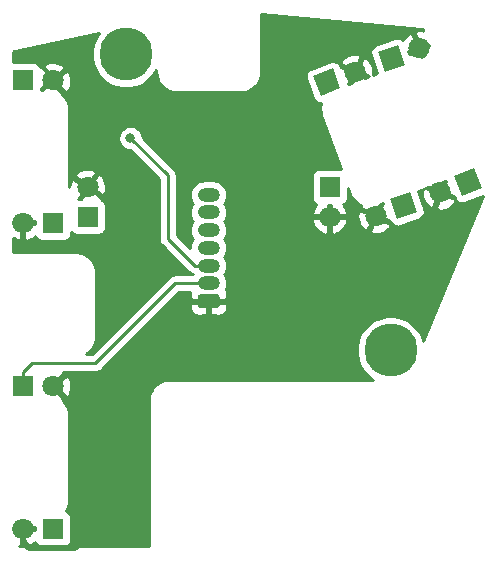
<source format=gbr>
%TF.GenerationSoftware,KiCad,Pcbnew,5.1.6-c6e7f7d~86~ubuntu18.04.1*%
%TF.CreationDate,2021-04-26T01:39:18-07:00*%
%TF.ProjectId,thumb_cluster_right,7468756d-625f-4636-9c75-737465725f72,rev?*%
%TF.SameCoordinates,Original*%
%TF.FileFunction,Copper,L1,Top*%
%TF.FilePolarity,Positive*%
%FSLAX46Y46*%
G04 Gerber Fmt 4.6, Leading zero omitted, Abs format (unit mm)*
G04 Created by KiCad (PCBNEW 5.1.6-c6e7f7d~86~ubuntu18.04.1) date 2021-04-26 01:39:18*
%MOMM*%
%LPD*%
G01*
G04 APERTURE LIST*
%TA.AperFunction,ComponentPad*%
%ADD10C,4.500000*%
%TD*%
%TA.AperFunction,ComponentPad*%
%ADD11R,1.800000X1.800000*%
%TD*%
%TA.AperFunction,ComponentPad*%
%ADD12C,1.800000*%
%TD*%
%TA.AperFunction,ComponentPad*%
%ADD13C,0.100000*%
%TD*%
%TA.AperFunction,ComponentPad*%
%ADD14O,1.870000X1.170000*%
%TD*%
%TA.AperFunction,ViaPad*%
%ADD15C,0.800000*%
%TD*%
%TA.AperFunction,Conductor*%
%ADD16C,0.500000*%
%TD*%
%TA.AperFunction,Conductor*%
%ADD17C,0.250000*%
%TD*%
%TA.AperFunction,Conductor*%
%ADD18C,0.254000*%
%TD*%
G04 APERTURE END LIST*
D10*
%TO.P,H2,1*%
%TO.N,GND*%
X135731126Y-66312121D03*
%TD*%
%TO.P,H1,1*%
%TO.N,GND*%
X158154844Y-91366079D03*
%TD*%
D11*
%TO.P,PT2,1*%
%TO.N,C2*%
X127030000Y-68524999D03*
D12*
%TO.P,PT2,2*%
%TO.N,+5V*%
X129570000Y-68524999D03*
%TD*%
%TA.AperFunction,ComponentPad*%
D13*
%TO.P,PT5,1*%
%TO.N,C5*%
G36*
X157669446Y-67826172D02*
G01*
X157053810Y-66134726D01*
X158745256Y-65519090D01*
X159360892Y-67210536D01*
X157669446Y-67826172D01*
G37*
%TD.AperFunction*%
D12*
%TO.P,PT5,2*%
%TO.N,+5V*%
X160594170Y-65803900D03*
%TD*%
%TA.AperFunction,ComponentPad*%
D13*
%TO.P,PT4,1*%
%TO.N,C4*%
G36*
X152219229Y-69809889D02*
G01*
X151603593Y-68118443D01*
X153295039Y-67502807D01*
X153910675Y-69194253D01*
X152219229Y-69809889D01*
G37*
%TD.AperFunction*%
D12*
%TO.P,PT4,2*%
%TO.N,+5V*%
X155143953Y-67787617D03*
%TD*%
D11*
%TO.P,PT3,1*%
%TO.N,C3*%
X152999999Y-77530000D03*
D12*
%TO.P,PT3,2*%
%TO.N,+5V*%
X152999999Y-80070000D03*
%TD*%
D11*
%TO.P,PT1,1*%
%TO.N,C1*%
X127030000Y-94422918D03*
D12*
%TO.P,PT1,2*%
%TO.N,+5V*%
X129570000Y-94422918D03*
%TD*%
D14*
%TO.P,J1,7*%
%TO.N,GND*%
X142750000Y-78200000D03*
%TO.P,J1,6*%
%TO.N,C5*%
X142750000Y-79700000D03*
%TO.P,J1,5*%
%TO.N,C4*%
X142750000Y-81200000D03*
%TO.P,J1,4*%
%TO.N,C3*%
X142750000Y-82700000D03*
%TO.P,J1,3*%
%TO.N,C2*%
X142750000Y-84200000D03*
%TO.P,J1,2*%
%TO.N,C1*%
X142750000Y-85700000D03*
%TO.P,J1,1*%
%TO.N,+5V*%
%TA.AperFunction,ComponentPad*%
G36*
G01*
X143435001Y-87785000D02*
X142064999Y-87785000D01*
G75*
G02*
X141815000Y-87535001I0J249999D01*
G01*
X141815000Y-86864999D01*
G75*
G02*
X142064999Y-86615000I249999J0D01*
G01*
X143435001Y-86615000D01*
G75*
G02*
X143685000Y-86864999I0J-249999D01*
G01*
X143685000Y-87535001D01*
G75*
G02*
X143435001Y-87785000I-249999J0D01*
G01*
G37*
%TD.AperFunction*%
%TD*%
D11*
%TO.P,IR2,1*%
%TO.N,Net-(IR2-Pad1)*%
X129570000Y-80574999D03*
D12*
%TO.P,IR2,2*%
%TO.N,+5V*%
X127030000Y-80574999D03*
%TD*%
%TA.AperFunction,ComponentPad*%
D13*
%TO.P,IR5,1*%
%TO.N,Net-(IR5-Pad1)*%
G36*
X165253418Y-75973655D02*
G01*
X165869054Y-77665101D01*
X164177608Y-78280737D01*
X163561972Y-76589291D01*
X165253418Y-75973655D01*
G37*
%TD.AperFunction*%
D12*
%TO.P,IR5,2*%
%TO.N,+5V*%
X162328694Y-77995927D03*
%TD*%
%TA.AperFunction,ComponentPad*%
D13*
%TO.P,IR4,1*%
%TO.N,Net-(IR4-Pad1)*%
G36*
X159803201Y-77957372D02*
G01*
X160418837Y-79648818D01*
X158727391Y-80264454D01*
X158111755Y-78573008D01*
X159803201Y-77957372D01*
G37*
%TD.AperFunction*%
D12*
%TO.P,IR4,2*%
%TO.N,+5V*%
X156878477Y-79979644D03*
%TD*%
D11*
%TO.P,IR3,1*%
%TO.N,Net-(IR3-Pad1)*%
X132500001Y-80070000D03*
D12*
%TO.P,IR3,2*%
%TO.N,+5V*%
X132500001Y-77530000D03*
%TD*%
D11*
%TO.P,IR1,1*%
%TO.N,Net-(IR1-Pad1)*%
X129570000Y-106472918D03*
D12*
%TO.P,IR1,2*%
%TO.N,+5V*%
X127030000Y-106472918D03*
%TD*%
D15*
%TO.N,C2*%
X136131126Y-73412123D03*
%TD*%
D16*
%TO.N,+5V*%
X127030000Y-106472918D02*
X127030000Y-107532918D01*
X127030000Y-107532918D02*
X127570000Y-108072918D01*
X127570000Y-108072918D02*
X131470000Y-108072918D01*
X131470000Y-108072918D02*
X132070000Y-107472918D01*
D17*
%TO.N,C1*%
X127030000Y-94422918D02*
X127030000Y-93183482D01*
X127030000Y-93183482D02*
X127757134Y-92456348D01*
X127757134Y-92456348D02*
X133157134Y-92456348D01*
X139913482Y-85700000D02*
X142750000Y-85699999D01*
X133157134Y-92456348D02*
X139913482Y-85700000D01*
%TO.N,C2*%
X141565000Y-84200000D02*
X142750000Y-84200000D01*
X136131126Y-73412123D02*
X139270000Y-76550997D01*
X139270000Y-81905000D02*
X141565000Y-84200000D01*
X139270000Y-76550997D02*
X139270000Y-81905000D01*
%TD*%
D18*
%TO.N,+5V*%
G36*
X127157000Y-106166310D02*
G01*
X127044141Y-106279169D01*
X127223749Y-106458777D01*
X127336608Y-106345918D01*
X128031928Y-106345918D01*
X128031928Y-106599918D01*
X127336608Y-106599918D01*
X127223749Y-106487059D01*
X127044141Y-106666667D01*
X127157000Y-106779526D01*
X127157000Y-107850754D01*
X127378447Y-107962504D01*
X126681035Y-107962766D01*
X126903000Y-107850754D01*
X126903000Y-106779526D01*
X127015859Y-106666667D01*
X126836251Y-106487059D01*
X126723392Y-106599918D01*
X126210000Y-106599918D01*
X126210000Y-106345918D01*
X126723392Y-106345918D01*
X126836251Y-106458777D01*
X127015859Y-106279169D01*
X126903000Y-106166310D01*
X126903000Y-105707918D01*
X127157000Y-105707918D01*
X127157000Y-106166310D01*
G37*
X127157000Y-106166310D02*
X127044141Y-106279169D01*
X127223749Y-106458777D01*
X127336608Y-106345918D01*
X128031928Y-106345918D01*
X128031928Y-106599918D01*
X127336608Y-106599918D01*
X127223749Y-106487059D01*
X127044141Y-106666667D01*
X127157000Y-106779526D01*
X127157000Y-107850754D01*
X127378447Y-107962504D01*
X126681035Y-107962766D01*
X126903000Y-107850754D01*
X126903000Y-106779526D01*
X127015859Y-106666667D01*
X126836251Y-106487059D01*
X126723392Y-106599918D01*
X126210000Y-106599918D01*
X126210000Y-106345918D01*
X126723392Y-106345918D01*
X126836251Y-106458777D01*
X127015859Y-106279169D01*
X126903000Y-106166310D01*
X126903000Y-105707918D01*
X127157000Y-105707918D01*
X127157000Y-106166310D01*
G36*
X128080498Y-107617098D02*
G01*
X128139463Y-107727412D01*
X128218815Y-107824103D01*
X128315506Y-107903455D01*
X128425243Y-107962112D01*
X127421043Y-107962488D01*
X127681198Y-107871139D01*
X127941465Y-107717230D01*
X128022304Y-107644830D01*
X128030422Y-107652948D01*
X128077187Y-107606183D01*
X128080498Y-107617098D01*
G37*
X128080498Y-107617098D02*
X128139463Y-107727412D01*
X128218815Y-107824103D01*
X128315506Y-107903455D01*
X128425243Y-107962112D01*
X127421043Y-107962488D01*
X127681198Y-107871139D01*
X127941465Y-107717230D01*
X128022304Y-107644830D01*
X128030422Y-107652948D01*
X128077187Y-107606183D01*
X128080498Y-107617098D01*
G36*
X160744782Y-64138577D02*
G01*
X160827857Y-64146241D01*
X160839358Y-64149642D01*
X160849985Y-64155214D01*
X160859329Y-64162746D01*
X160867029Y-64171945D01*
X160884249Y-64203362D01*
X160918780Y-64298236D01*
X160895796Y-64291252D01*
X160594898Y-64261472D01*
X160425527Y-64270720D01*
X160242263Y-64465721D01*
X160645328Y-65573134D01*
X160608311Y-65610151D01*
X160787919Y-65789759D01*
X161089051Y-65488627D01*
X161321282Y-65404102D01*
X161408155Y-65642784D01*
X160824936Y-65855058D01*
X160787919Y-65818041D01*
X160608311Y-65997649D01*
X160909443Y-66298781D01*
X160975157Y-66479329D01*
X160736475Y-66566202D01*
X160543012Y-66034666D01*
X160580029Y-65997649D01*
X160400421Y-65818041D01*
X160099289Y-66119173D01*
X159696103Y-66265921D01*
X159609229Y-66027239D01*
X160363404Y-65752742D01*
X160400421Y-65789759D01*
X160580029Y-65610151D01*
X160278897Y-65309019D01*
X160003581Y-64552594D01*
X159737849Y-64521015D01*
X159602150Y-64632272D01*
X159593748Y-64623870D01*
X159508849Y-64708769D01*
X159504024Y-64712725D01*
X159500026Y-64717592D01*
X159414140Y-64803478D01*
X159422558Y-64811896D01*
X159312093Y-64946369D01*
X159227717Y-65104046D01*
X159215692Y-65088015D01*
X159122554Y-65004520D01*
X159014917Y-64940800D01*
X158896917Y-64899304D01*
X158773088Y-64881625D01*
X158648190Y-64888444D01*
X158527023Y-64919498D01*
X156835577Y-65535134D01*
X156722795Y-65589231D01*
X156622735Y-65664290D01*
X156539240Y-65757428D01*
X156475520Y-65865065D01*
X156434024Y-65983065D01*
X156416345Y-66106894D01*
X156423164Y-66231792D01*
X156454218Y-66352959D01*
X157023682Y-67917548D01*
X156660510Y-68049732D01*
X156686380Y-67788345D01*
X156656884Y-67487418D01*
X156569248Y-67198028D01*
X156426839Y-66931295D01*
X156315581Y-66795597D01*
X156323983Y-66787195D01*
X156239088Y-66702300D01*
X156235128Y-66697470D01*
X156226727Y-66689939D01*
X156144375Y-66607587D01*
X156139878Y-66612084D01*
X156108826Y-66584247D01*
X155841353Y-66592546D01*
X155563449Y-67188513D01*
X155158094Y-67593868D01*
X155337702Y-67773476D01*
X155362009Y-67749169D01*
X156293237Y-68183408D01*
X155955690Y-68306265D01*
X155743056Y-68207112D01*
X155337702Y-67801758D01*
X155158094Y-67981366D01*
X155182401Y-68005673D01*
X154855507Y-68706699D01*
X154517959Y-68829557D01*
X154724457Y-68386721D01*
X155129812Y-67981366D01*
X154950204Y-67801758D01*
X154925897Y-67826065D01*
X153921198Y-67357565D01*
X153894631Y-67284574D01*
X153840534Y-67171792D01*
X153765475Y-67071732D01*
X153672337Y-66988237D01*
X153564700Y-66924517D01*
X153446700Y-66883021D01*
X153322871Y-66865342D01*
X153197973Y-66872161D01*
X153076806Y-66903215D01*
X151385360Y-67518851D01*
X151272578Y-67572948D01*
X151172518Y-67648007D01*
X151089023Y-67741145D01*
X151025303Y-67848782D01*
X150983807Y-67966782D01*
X150966128Y-68090611D01*
X150972947Y-68215509D01*
X151004001Y-68336676D01*
X151619637Y-70028122D01*
X151673734Y-70140904D01*
X151748793Y-70240964D01*
X151841931Y-70324459D01*
X151949568Y-70388179D01*
X152067568Y-70429675D01*
X152191397Y-70447354D01*
X152262376Y-70443479D01*
X152254625Y-70475518D01*
X152238070Y-70539996D01*
X152236570Y-70550148D01*
X152209408Y-70743414D01*
X152206617Y-70810009D01*
X152202900Y-70876484D01*
X152203401Y-70886734D01*
X152214295Y-71081596D01*
X152224487Y-71147430D01*
X152233758Y-71213400D01*
X152236241Y-71223357D01*
X152284777Y-71412392D01*
X152284783Y-71412409D01*
X152293664Y-71447060D01*
X153949639Y-75996817D01*
X153899999Y-75991928D01*
X152099999Y-75991928D01*
X151975517Y-76004188D01*
X151855819Y-76040498D01*
X151745505Y-76099463D01*
X151648814Y-76178815D01*
X151569462Y-76275506D01*
X151510497Y-76385820D01*
X151474187Y-76505518D01*
X151461927Y-76630000D01*
X151461927Y-78430000D01*
X151474187Y-78554482D01*
X151510497Y-78674180D01*
X151569462Y-78784494D01*
X151648814Y-78881185D01*
X151745505Y-78960537D01*
X151855819Y-79019502D01*
X151866734Y-79022813D01*
X151819969Y-79069578D01*
X151826632Y-79076241D01*
X151681737Y-79269208D01*
X151550840Y-79541775D01*
X151501602Y-79704094D01*
X151622163Y-79943000D01*
X152693391Y-79943000D01*
X152806250Y-80055859D01*
X152985858Y-79876251D01*
X152872999Y-79763392D01*
X152872999Y-79068072D01*
X153126999Y-79068072D01*
X153126999Y-79763392D01*
X153014140Y-79876251D01*
X153193748Y-80055859D01*
X153270691Y-79978916D01*
X155336050Y-79978916D01*
X155365546Y-80279843D01*
X155453182Y-80569233D01*
X155595591Y-80835966D01*
X155706849Y-80971664D01*
X155698447Y-80980066D01*
X155783342Y-81064961D01*
X155787302Y-81069791D01*
X155795703Y-81077322D01*
X155878055Y-81159674D01*
X155882552Y-81155177D01*
X155913604Y-81183014D01*
X156181077Y-81174715D01*
X156458981Y-80578748D01*
X156864336Y-80173393D01*
X156684728Y-79993785D01*
X156660421Y-80018092D01*
X155576061Y-79512446D01*
X155365830Y-79678018D01*
X155336050Y-79978916D01*
X153270691Y-79978916D01*
X153306607Y-79943000D01*
X154377835Y-79943000D01*
X154498396Y-79704094D01*
X154398220Y-79418802D01*
X154244311Y-79158535D01*
X154171911Y-79077696D01*
X154180029Y-79069578D01*
X154133264Y-79022813D01*
X154144179Y-79019502D01*
X154254493Y-78960537D01*
X154351184Y-78881185D01*
X154430536Y-78784494D01*
X154489501Y-78674180D01*
X154525811Y-78554482D01*
X154538071Y-78430000D01*
X154538071Y-77613521D01*
X154729602Y-78139748D01*
X154743248Y-78168199D01*
X154745290Y-78173932D01*
X154749724Y-78183187D01*
X154835278Y-78358601D01*
X154870202Y-78415371D01*
X154904297Y-78472565D01*
X154910444Y-78480783D01*
X155028441Y-78636238D01*
X155073713Y-78685127D01*
X155118278Y-78734622D01*
X155125904Y-78741489D01*
X155271849Y-78871064D01*
X155325769Y-78910239D01*
X155379084Y-78950124D01*
X155387898Y-78955380D01*
X155556232Y-79054141D01*
X155616762Y-79082110D01*
X155676782Y-79110867D01*
X155678103Y-79111338D01*
X155683406Y-79282244D01*
X156279373Y-79560148D01*
X156684728Y-79965503D01*
X156864336Y-79785895D01*
X156840029Y-79761588D01*
X157166923Y-79060563D01*
X157504470Y-78937705D01*
X157297973Y-79380540D01*
X156892618Y-79785895D01*
X157072226Y-79965503D01*
X157096533Y-79941196D01*
X158101232Y-80409696D01*
X158127799Y-80482687D01*
X158181896Y-80595469D01*
X158256955Y-80695529D01*
X158350093Y-80779024D01*
X158457730Y-80842744D01*
X158575730Y-80884240D01*
X158699559Y-80901919D01*
X158824457Y-80895100D01*
X158945624Y-80864046D01*
X160637070Y-80248410D01*
X160749852Y-80194313D01*
X160849912Y-80119254D01*
X160933407Y-80026116D01*
X160997127Y-79918479D01*
X161038623Y-79800479D01*
X161056302Y-79676650D01*
X161049483Y-79551752D01*
X161018429Y-79430585D01*
X160983314Y-79334106D01*
X161976787Y-79334106D01*
X162160051Y-79529107D01*
X162462400Y-79532548D01*
X162759611Y-79476937D01*
X163040262Y-79364412D01*
X163293568Y-79199297D01*
X163509794Y-78987938D01*
X163611579Y-78852248D01*
X163580000Y-78586516D01*
X162404598Y-78158705D01*
X161976787Y-79334106D01*
X160983314Y-79334106D01*
X160448965Y-77865997D01*
X160947328Y-77684608D01*
X160795514Y-77827284D01*
X160792073Y-78129633D01*
X160847684Y-78426844D01*
X160960209Y-78707495D01*
X161125324Y-78960801D01*
X161336683Y-79177027D01*
X161472373Y-79278812D01*
X161738105Y-79247233D01*
X162165916Y-78071831D01*
X161024678Y-77656454D01*
X161396002Y-77521304D01*
X161833813Y-77680654D01*
X162134945Y-77981786D01*
X162314553Y-77802178D01*
X162277536Y-77765161D01*
X162514459Y-77114219D01*
X162826037Y-77000814D01*
X162643967Y-77501046D01*
X162342835Y-77802178D01*
X162522443Y-77981786D01*
X162559460Y-77944769D01*
X163501038Y-78287475D01*
X163578016Y-78498970D01*
X163632113Y-78611752D01*
X163707172Y-78711812D01*
X163800310Y-78795307D01*
X163907947Y-78859027D01*
X164025947Y-78900523D01*
X164149776Y-78918202D01*
X164274674Y-78911383D01*
X164395841Y-78880329D01*
X165935587Y-78319907D01*
X160934506Y-90552362D01*
X160928975Y-90524556D01*
X160711498Y-89999519D01*
X160395770Y-89526999D01*
X159993924Y-89125153D01*
X159521404Y-88809425D01*
X158996367Y-88591948D01*
X158438992Y-88481079D01*
X157870696Y-88481079D01*
X157313321Y-88591948D01*
X156788284Y-88809425D01*
X156315764Y-89125153D01*
X155913918Y-89526999D01*
X155598190Y-89999519D01*
X155380713Y-90524556D01*
X155269844Y-91081931D01*
X155269844Y-91650227D01*
X155380713Y-92207602D01*
X155598190Y-92732639D01*
X155913918Y-93205159D01*
X156315764Y-93607005D01*
X156701881Y-93865000D01*
X139363895Y-93865000D01*
X139332496Y-93868093D01*
X139326402Y-93868050D01*
X139316188Y-93869051D01*
X139122091Y-93889452D01*
X139056843Y-93902845D01*
X138991402Y-93915329D01*
X138981577Y-93918295D01*
X138795139Y-93976007D01*
X138733720Y-94001825D01*
X138671962Y-94026777D01*
X138662901Y-94031595D01*
X138491224Y-94124420D01*
X138435977Y-94161685D01*
X138380252Y-94198150D01*
X138372299Y-94204636D01*
X138221921Y-94329040D01*
X138174944Y-94376346D01*
X138127387Y-94422917D01*
X138120845Y-94430824D01*
X137997495Y-94582066D01*
X137960608Y-94637585D01*
X137922994Y-94692520D01*
X137918112Y-94701547D01*
X137826487Y-94873869D01*
X137801086Y-94935496D01*
X137774859Y-94996689D01*
X137771824Y-95006492D01*
X137715415Y-95193328D01*
X137702467Y-95258720D01*
X137688626Y-95323836D01*
X137687553Y-95334042D01*
X137668508Y-95528276D01*
X137668508Y-95528287D01*
X137665001Y-95563895D01*
X137665000Y-107958645D01*
X130716365Y-107961252D01*
X130824494Y-107903455D01*
X130921185Y-107824103D01*
X131000537Y-107727412D01*
X131059502Y-107617098D01*
X131095812Y-107497400D01*
X131108072Y-107372918D01*
X131108072Y-105572918D01*
X131095812Y-105448436D01*
X131059502Y-105328738D01*
X131000537Y-105218424D01*
X130921185Y-105121733D01*
X130824494Y-105042381D01*
X130714180Y-104983416D01*
X130646155Y-104962781D01*
X130664374Y-104935359D01*
X130702007Y-104880398D01*
X130706888Y-104871371D01*
X130798513Y-104699049D01*
X130823919Y-104637410D01*
X130850141Y-104576229D01*
X130853176Y-104566426D01*
X130909585Y-104379590D01*
X130922533Y-104314198D01*
X130936374Y-104249082D01*
X130937447Y-104238876D01*
X130956492Y-104044643D01*
X130956492Y-104044631D01*
X130959999Y-104009023D01*
X130959999Y-96886813D01*
X130956906Y-96855414D01*
X130956949Y-96849320D01*
X130955948Y-96839106D01*
X130935547Y-96645009D01*
X130922144Y-96579713D01*
X130909669Y-96514318D01*
X130906703Y-96504494D01*
X130848991Y-96318057D01*
X130823177Y-96256646D01*
X130798222Y-96194881D01*
X130793404Y-96185820D01*
X130793404Y-96185819D01*
X130793401Y-96185815D01*
X130700579Y-96014143D01*
X130663315Y-95958898D01*
X130626851Y-95903174D01*
X130620365Y-95895221D01*
X130495962Y-95744842D01*
X130448670Y-95697879D01*
X130402081Y-95650304D01*
X130401004Y-95649413D01*
X130454475Y-95486998D01*
X129570000Y-94602523D01*
X129555858Y-94616666D01*
X129376253Y-94437061D01*
X129390395Y-94422918D01*
X129749605Y-94422918D01*
X130634080Y-95307393D01*
X130888261Y-95223710D01*
X131019158Y-94951143D01*
X131094365Y-94658276D01*
X131110991Y-94356365D01*
X131068397Y-94057011D01*
X130968222Y-93771719D01*
X130888261Y-93622126D01*
X130634080Y-93538443D01*
X129749605Y-94422918D01*
X129390395Y-94422918D01*
X129376253Y-94408776D01*
X129555858Y-94229171D01*
X129570000Y-94243313D01*
X130454475Y-93358838D01*
X130407564Y-93216348D01*
X133119812Y-93216348D01*
X133157134Y-93220024D01*
X133194456Y-93216348D01*
X133194467Y-93216348D01*
X133306120Y-93205351D01*
X133449381Y-93161894D01*
X133581410Y-93091322D01*
X133697135Y-92996349D01*
X133720938Y-92967345D01*
X138903283Y-87785000D01*
X141176928Y-87785000D01*
X141189188Y-87909482D01*
X141225498Y-88029180D01*
X141284463Y-88139494D01*
X141363815Y-88236185D01*
X141460506Y-88315537D01*
X141570820Y-88374502D01*
X141690518Y-88410812D01*
X141815000Y-88423072D01*
X142464250Y-88420000D01*
X142623000Y-88261250D01*
X142623000Y-87327000D01*
X142877000Y-87327000D01*
X142877000Y-88261250D01*
X143035750Y-88420000D01*
X143685000Y-88423072D01*
X143809482Y-88410812D01*
X143929180Y-88374502D01*
X144039494Y-88315537D01*
X144136185Y-88236185D01*
X144215537Y-88139494D01*
X144274502Y-88029180D01*
X144310812Y-87909482D01*
X144323072Y-87785000D01*
X144320000Y-87485750D01*
X144161250Y-87327000D01*
X142877000Y-87327000D01*
X142623000Y-87327000D01*
X141338750Y-87327000D01*
X141180000Y-87485750D01*
X141176928Y-87785000D01*
X138903283Y-87785000D01*
X140228284Y-86460000D01*
X141198446Y-86459999D01*
X141189188Y-86490518D01*
X141176928Y-86615000D01*
X141180000Y-86914250D01*
X141338750Y-87073000D01*
X142623000Y-87073000D01*
X142623000Y-87053000D01*
X142877000Y-87053000D01*
X142877000Y-87073000D01*
X144161250Y-87073000D01*
X144320000Y-86914250D01*
X144323072Y-86615000D01*
X144310812Y-86490518D01*
X144274502Y-86370820D01*
X144215537Y-86260506D01*
X144196286Y-86237048D01*
X144232587Y-86169133D01*
X144302348Y-85939162D01*
X144325903Y-85700000D01*
X144302348Y-85460838D01*
X144232587Y-85230867D01*
X144119301Y-85018925D01*
X144062736Y-84950000D01*
X144119301Y-84881075D01*
X144232587Y-84669133D01*
X144302348Y-84439162D01*
X144325903Y-84200000D01*
X144302348Y-83960838D01*
X144232587Y-83730867D01*
X144119301Y-83518925D01*
X144062736Y-83450000D01*
X144119301Y-83381075D01*
X144232587Y-83169133D01*
X144302348Y-82939162D01*
X144325903Y-82700000D01*
X144302348Y-82460838D01*
X144232587Y-82230867D01*
X144119301Y-82018925D01*
X144062736Y-81950000D01*
X144119301Y-81881075D01*
X144232587Y-81669133D01*
X144302348Y-81439162D01*
X144325903Y-81200000D01*
X144302348Y-80960838D01*
X144232587Y-80730867D01*
X144119301Y-80518925D01*
X144062736Y-80450000D01*
X144074302Y-80435906D01*
X151501602Y-80435906D01*
X151601778Y-80721198D01*
X151755687Y-80981465D01*
X151957414Y-81206705D01*
X152199207Y-81388262D01*
X152471774Y-81519159D01*
X152634093Y-81568397D01*
X152872999Y-81447836D01*
X152872999Y-80197000D01*
X153126999Y-80197000D01*
X153126999Y-81447836D01*
X153365905Y-81568397D01*
X153651197Y-81468221D01*
X153911464Y-81314312D01*
X153947475Y-81282060D01*
X156411279Y-81282060D01*
X156576851Y-81492291D01*
X156877749Y-81522071D01*
X157178676Y-81492575D01*
X157468066Y-81404939D01*
X157734799Y-81262530D01*
X157870497Y-81151272D01*
X157878899Y-81159674D01*
X157963794Y-81074779D01*
X157968624Y-81070819D01*
X157976155Y-81062418D01*
X158058507Y-80980066D01*
X158054010Y-80975569D01*
X158081847Y-80944517D01*
X158073548Y-80677044D01*
X157477581Y-80399140D01*
X157072226Y-79993785D01*
X156892618Y-80173393D01*
X156916925Y-80197700D01*
X156411279Y-81282060D01*
X153947475Y-81282060D01*
X154136704Y-81112585D01*
X154318261Y-80870792D01*
X154449158Y-80598225D01*
X154498396Y-80435906D01*
X154377835Y-80197000D01*
X153126999Y-80197000D01*
X152872999Y-80197000D01*
X151622163Y-80197000D01*
X151501602Y-80435906D01*
X144074302Y-80435906D01*
X144119301Y-80381075D01*
X144232587Y-80169133D01*
X144302348Y-79939162D01*
X144325903Y-79700000D01*
X144302348Y-79460838D01*
X144232587Y-79230867D01*
X144119301Y-79018925D01*
X144062736Y-78950000D01*
X144119301Y-78881075D01*
X144232587Y-78669133D01*
X144302348Y-78439162D01*
X144325903Y-78200000D01*
X144302348Y-77960838D01*
X144232587Y-77730867D01*
X144119301Y-77518925D01*
X143966844Y-77333156D01*
X143781075Y-77180699D01*
X143569133Y-77067413D01*
X143339162Y-76997652D01*
X143159935Y-76980000D01*
X142340065Y-76980000D01*
X142160838Y-76997652D01*
X141930867Y-77067413D01*
X141718925Y-77180699D01*
X141533156Y-77333156D01*
X141380699Y-77518925D01*
X141267413Y-77730867D01*
X141197652Y-77960838D01*
X141174097Y-78200000D01*
X141197652Y-78439162D01*
X141267413Y-78669133D01*
X141380699Y-78881075D01*
X141437264Y-78950000D01*
X141380699Y-79018925D01*
X141267413Y-79230867D01*
X141197652Y-79460838D01*
X141174097Y-79700000D01*
X141197652Y-79939162D01*
X141267413Y-80169133D01*
X141380699Y-80381075D01*
X141437264Y-80450000D01*
X141380699Y-80518925D01*
X141267413Y-80730867D01*
X141197652Y-80960838D01*
X141174097Y-81200000D01*
X141197652Y-81439162D01*
X141267413Y-81669133D01*
X141380699Y-81881075D01*
X141437264Y-81950000D01*
X141380699Y-82018925D01*
X141267413Y-82230867D01*
X141197652Y-82460838D01*
X141174097Y-82700000D01*
X141177844Y-82738042D01*
X140030000Y-81590199D01*
X140030000Y-76588319D01*
X140033676Y-76550996D01*
X140030000Y-76513673D01*
X140030000Y-76513664D01*
X140019003Y-76402011D01*
X139975546Y-76258750D01*
X139904974Y-76126721D01*
X139810001Y-76010996D01*
X139781004Y-75987199D01*
X137166126Y-73372322D01*
X137166126Y-73310184D01*
X137126352Y-73110225D01*
X137048331Y-72921867D01*
X136935063Y-72752349D01*
X136790900Y-72608186D01*
X136621382Y-72494918D01*
X136433024Y-72416897D01*
X136233065Y-72377123D01*
X136029187Y-72377123D01*
X135829228Y-72416897D01*
X135640870Y-72494918D01*
X135471352Y-72608186D01*
X135327189Y-72752349D01*
X135213921Y-72921867D01*
X135135900Y-73110225D01*
X135096126Y-73310184D01*
X135096126Y-73514062D01*
X135135900Y-73714021D01*
X135213921Y-73902379D01*
X135327189Y-74071897D01*
X135471352Y-74216060D01*
X135640870Y-74329328D01*
X135829228Y-74407349D01*
X136029187Y-74447123D01*
X136091325Y-74447123D01*
X138510000Y-76865799D01*
X138510001Y-81867668D01*
X138506324Y-81905000D01*
X138510001Y-81942333D01*
X138520998Y-82053986D01*
X138526886Y-82073396D01*
X138564454Y-82197246D01*
X138635026Y-82329276D01*
X138706201Y-82416002D01*
X138730000Y-82445001D01*
X138758998Y-82468799D01*
X141001201Y-84711003D01*
X141024999Y-84740001D01*
X141053997Y-84763799D01*
X141140723Y-84834974D01*
X141272753Y-84905546D01*
X141386334Y-84940000D01*
X139950814Y-84940001D01*
X139913482Y-84936324D01*
X139876149Y-84940001D01*
X139784751Y-84949003D01*
X139764496Y-84950998D01*
X139621235Y-84994454D01*
X139489205Y-85065026D01*
X139402479Y-85136201D01*
X139402474Y-85136206D01*
X139373481Y-85160000D01*
X139349687Y-85188993D01*
X132842333Y-91696348D01*
X132343442Y-91696348D01*
X132383780Y-91674537D01*
X132439061Y-91637249D01*
X132494748Y-91600808D01*
X132502701Y-91594323D01*
X132653078Y-91469920D01*
X132700056Y-91422613D01*
X132747613Y-91376042D01*
X132754155Y-91368135D01*
X132877506Y-91216892D01*
X132914405Y-91161355D01*
X132952009Y-91106435D01*
X132956884Y-91097419D01*
X132956888Y-91097413D01*
X132956890Y-91097407D01*
X133048514Y-90925086D01*
X133073912Y-90863465D01*
X133100141Y-90802269D01*
X133103176Y-90792466D01*
X133159585Y-90605630D01*
X133172533Y-90540238D01*
X133186374Y-90475122D01*
X133187447Y-90464916D01*
X133206492Y-90270683D01*
X133206492Y-90270682D01*
X133210000Y-90235064D01*
X133210000Y-84762854D01*
X133206907Y-84731455D01*
X133206950Y-84725361D01*
X133205949Y-84715147D01*
X133185548Y-84521050D01*
X133172155Y-84455802D01*
X133159671Y-84390361D01*
X133156705Y-84380536D01*
X133098993Y-84194098D01*
X133073175Y-84132679D01*
X133048223Y-84070921D01*
X133043405Y-84061860D01*
X132950580Y-83890183D01*
X132913315Y-83834936D01*
X132876850Y-83779211D01*
X132870364Y-83771258D01*
X132745960Y-83620880D01*
X132698654Y-83573903D01*
X132652083Y-83526346D01*
X132644176Y-83519804D01*
X132492934Y-83396454D01*
X132437415Y-83359567D01*
X132382480Y-83321953D01*
X132373453Y-83317071D01*
X132201131Y-83225446D01*
X132139504Y-83200045D01*
X132078311Y-83173818D01*
X132068508Y-83170783D01*
X131881672Y-83114374D01*
X131816280Y-83101426D01*
X131751164Y-83087585D01*
X131740958Y-83086512D01*
X131546724Y-83067467D01*
X131546723Y-83067467D01*
X131511105Y-83063959D01*
X126210000Y-83063959D01*
X126210000Y-81878838D01*
X126229208Y-81893261D01*
X126501775Y-82024158D01*
X126664094Y-82073396D01*
X126903000Y-81952835D01*
X126903000Y-80881607D01*
X127015859Y-80768748D01*
X126836251Y-80589140D01*
X126723392Y-80701999D01*
X126210000Y-80701999D01*
X126210000Y-80447999D01*
X126723392Y-80447999D01*
X126836251Y-80560858D01*
X127015859Y-80381250D01*
X126903000Y-80268391D01*
X126903000Y-79809998D01*
X127157000Y-79809998D01*
X127157000Y-80268391D01*
X127044141Y-80381250D01*
X127223749Y-80560858D01*
X127336608Y-80447999D01*
X128031928Y-80447999D01*
X128031928Y-80701999D01*
X127336608Y-80701999D01*
X127223749Y-80589140D01*
X127044141Y-80768748D01*
X127157000Y-80881607D01*
X127157000Y-81952835D01*
X127395906Y-82073396D01*
X127681198Y-81973220D01*
X127941465Y-81819311D01*
X128022304Y-81746911D01*
X128030422Y-81755029D01*
X128077187Y-81708264D01*
X128080498Y-81719179D01*
X128139463Y-81829493D01*
X128218815Y-81926184D01*
X128315506Y-82005536D01*
X128425820Y-82064501D01*
X128545518Y-82100811D01*
X128670000Y-82113071D01*
X130470000Y-82113071D01*
X130594482Y-82100811D01*
X130714180Y-82064501D01*
X130824494Y-82005536D01*
X130921185Y-81926184D01*
X131000537Y-81829493D01*
X131059502Y-81719179D01*
X131095812Y-81599481D01*
X131108072Y-81474999D01*
X131108072Y-81371538D01*
X131148816Y-81421185D01*
X131245507Y-81500537D01*
X131355821Y-81559502D01*
X131475519Y-81595812D01*
X131600001Y-81608072D01*
X133400001Y-81608072D01*
X133524483Y-81595812D01*
X133644181Y-81559502D01*
X133754495Y-81500537D01*
X133851186Y-81421185D01*
X133930538Y-81324494D01*
X133989503Y-81214180D01*
X134025813Y-81094482D01*
X134038073Y-80970000D01*
X134038073Y-79170000D01*
X134025813Y-79045518D01*
X133989503Y-78925820D01*
X133930538Y-78815506D01*
X133851186Y-78718815D01*
X133754495Y-78639463D01*
X133644181Y-78580498D01*
X133633266Y-78577187D01*
X133680031Y-78530422D01*
X132693750Y-77544141D01*
X132514142Y-77723749D01*
X132517220Y-77726827D01*
X131953482Y-78531928D01*
X131677681Y-78531928D01*
X132485860Y-77723749D01*
X132306252Y-77544141D01*
X132303174Y-77547219D01*
X132234042Y-77498812D01*
X132676878Y-77498812D01*
X133701502Y-78216262D01*
X133937291Y-78089713D01*
X134018868Y-77798556D01*
X134042077Y-77497080D01*
X134006024Y-77196868D01*
X133912095Y-76909458D01*
X133763901Y-76645896D01*
X133659179Y-76512460D01*
X133394328Y-76474187D01*
X132676878Y-77498812D01*
X132234042Y-77498812D01*
X131298500Y-76843738D01*
X131062711Y-76970287D01*
X130981134Y-77261444D01*
X130960000Y-77535967D01*
X130960000Y-76635673D01*
X131444188Y-76635673D01*
X132468813Y-77353123D01*
X133186263Y-76328499D01*
X133059714Y-76092710D01*
X132768557Y-76011133D01*
X132467081Y-75987924D01*
X132166869Y-76023977D01*
X131879459Y-76117906D01*
X131615897Y-76266100D01*
X131482461Y-76370822D01*
X131444188Y-76635673D01*
X130960000Y-76635673D01*
X130960000Y-70988894D01*
X130956907Y-70957495D01*
X130956950Y-70951401D01*
X130955949Y-70941187D01*
X130935548Y-70747090D01*
X130922155Y-70681842D01*
X130909671Y-70616401D01*
X130906705Y-70606576D01*
X130848993Y-70420138D01*
X130823156Y-70358675D01*
X130798221Y-70296959D01*
X130793404Y-70287898D01*
X130700578Y-70116220D01*
X130663290Y-70060939D01*
X130626849Y-70005252D01*
X130620364Y-69997299D01*
X130495961Y-69846922D01*
X130448654Y-69799944D01*
X130402083Y-69752387D01*
X130394176Y-69745845D01*
X130341038Y-69702507D01*
X130358368Y-69662117D01*
X129554346Y-68703921D01*
X129547107Y-68709996D01*
X129377764Y-68540653D01*
X129748922Y-68540653D01*
X130552944Y-69498849D01*
X130813451Y-69437638D01*
X130967606Y-69177516D01*
X131068051Y-68892319D01*
X131110927Y-68593006D01*
X131094586Y-68291079D01*
X131019657Y-67998141D01*
X130953039Y-67842148D01*
X130707118Y-67736631D01*
X129748922Y-68540653D01*
X129377764Y-68540653D01*
X129376251Y-68539140D01*
X128625392Y-69289999D01*
X128568072Y-69289999D01*
X128568072Y-69199929D01*
X129391078Y-68509345D01*
X129385003Y-68502106D01*
X129555859Y-68331250D01*
X128612490Y-67387881D01*
X128781632Y-67387881D01*
X129585654Y-68346077D01*
X130543850Y-67542055D01*
X130482639Y-67281548D01*
X130222517Y-67127393D01*
X129937320Y-67026948D01*
X129638007Y-66984072D01*
X129336080Y-67000413D01*
X129043142Y-67075342D01*
X128887149Y-67141960D01*
X128781632Y-67387881D01*
X128612490Y-67387881D01*
X128569578Y-67344969D01*
X128522813Y-67391734D01*
X128519502Y-67380819D01*
X128460537Y-67270505D01*
X128381185Y-67173814D01*
X128284494Y-67094462D01*
X128174180Y-67035497D01*
X128054482Y-66999187D01*
X127930000Y-66986927D01*
X126210448Y-66986927D01*
X126213745Y-66142685D01*
X126213703Y-66142242D01*
X126213834Y-66093838D01*
X126216197Y-66082069D01*
X126220797Y-66070995D01*
X126227464Y-66061017D01*
X126235943Y-66052526D01*
X126245908Y-66045843D01*
X126256979Y-66041224D01*
X126303308Y-66031844D01*
X126332720Y-66028449D01*
X133485062Y-64480731D01*
X133174472Y-64945561D01*
X132956995Y-65470598D01*
X132846126Y-66027973D01*
X132846126Y-66596269D01*
X132956995Y-67153644D01*
X133174472Y-67678681D01*
X133490200Y-68151201D01*
X133892046Y-68553047D01*
X134364566Y-68868775D01*
X134889603Y-69086252D01*
X135446978Y-69197121D01*
X136015274Y-69197121D01*
X136572649Y-69086252D01*
X137097686Y-68868775D01*
X137570206Y-68553047D01*
X137972052Y-68151201D01*
X138287780Y-67678681D01*
X138315000Y-67612966D01*
X138315000Y-67836104D01*
X138318093Y-67867503D01*
X138318050Y-67873598D01*
X138319051Y-67883812D01*
X138339452Y-68077908D01*
X138352844Y-68143149D01*
X138365329Y-68208598D01*
X138368295Y-68218423D01*
X138426007Y-68404861D01*
X138451831Y-68466293D01*
X138476777Y-68528037D01*
X138481595Y-68537099D01*
X138574420Y-68708775D01*
X138611657Y-68763982D01*
X138648150Y-68819748D01*
X138654636Y-68827701D01*
X138779039Y-68978078D01*
X138826346Y-69025056D01*
X138872917Y-69072613D01*
X138880824Y-69079155D01*
X139032066Y-69202505D01*
X139087559Y-69239374D01*
X139142520Y-69277007D01*
X139151547Y-69281888D01*
X139323869Y-69373513D01*
X139385508Y-69398919D01*
X139446689Y-69425141D01*
X139456492Y-69428176D01*
X139643328Y-69484585D01*
X139708720Y-69497533D01*
X139773836Y-69511374D01*
X139784042Y-69512447D01*
X139978275Y-69531492D01*
X139978277Y-69531492D01*
X140013895Y-69535000D01*
X145486105Y-69535000D01*
X145517504Y-69531907D01*
X145523598Y-69531950D01*
X145533812Y-69530949D01*
X145727908Y-69510548D01*
X145793149Y-69497156D01*
X145858598Y-69484671D01*
X145868423Y-69481705D01*
X146054861Y-69423993D01*
X146116293Y-69398169D01*
X146178037Y-69373223D01*
X146187099Y-69368405D01*
X146358775Y-69275580D01*
X146413982Y-69238343D01*
X146469748Y-69201850D01*
X146477701Y-69195364D01*
X146628078Y-69070961D01*
X146675056Y-69023654D01*
X146722613Y-68977083D01*
X146729155Y-68969176D01*
X146852505Y-68817934D01*
X146889374Y-68762441D01*
X146927007Y-68707480D01*
X146931888Y-68698453D01*
X147023513Y-68526131D01*
X147048919Y-68464492D01*
X147075141Y-68403311D01*
X147078176Y-68393508D01*
X147134585Y-68206672D01*
X147147533Y-68141280D01*
X147161374Y-68076164D01*
X147162447Y-68065958D01*
X147181492Y-67871725D01*
X147181492Y-67871723D01*
X147185000Y-67836105D01*
X147185000Y-66822744D01*
X153940583Y-66822744D01*
X153948882Y-67090217D01*
X154544849Y-67368121D01*
X154950204Y-67773476D01*
X155129812Y-67593868D01*
X155105505Y-67569561D01*
X155611151Y-66485201D01*
X155445579Y-66274970D01*
X155144681Y-66245190D01*
X154843754Y-66274686D01*
X154554364Y-66362322D01*
X154287631Y-66504731D01*
X154151933Y-66615989D01*
X154143531Y-66607587D01*
X154058636Y-66692482D01*
X154053806Y-66696442D01*
X154046275Y-66704843D01*
X153963923Y-66787195D01*
X153968420Y-66791692D01*
X153940583Y-66822744D01*
X147185000Y-66822744D01*
X147185000Y-62922746D01*
X160744782Y-64138577D01*
G37*
X160744782Y-64138577D02*
X160827857Y-64146241D01*
X160839358Y-64149642D01*
X160849985Y-64155214D01*
X160859329Y-64162746D01*
X160867029Y-64171945D01*
X160884249Y-64203362D01*
X160918780Y-64298236D01*
X160895796Y-64291252D01*
X160594898Y-64261472D01*
X160425527Y-64270720D01*
X160242263Y-64465721D01*
X160645328Y-65573134D01*
X160608311Y-65610151D01*
X160787919Y-65789759D01*
X161089051Y-65488627D01*
X161321282Y-65404102D01*
X161408155Y-65642784D01*
X160824936Y-65855058D01*
X160787919Y-65818041D01*
X160608311Y-65997649D01*
X160909443Y-66298781D01*
X160975157Y-66479329D01*
X160736475Y-66566202D01*
X160543012Y-66034666D01*
X160580029Y-65997649D01*
X160400421Y-65818041D01*
X160099289Y-66119173D01*
X159696103Y-66265921D01*
X159609229Y-66027239D01*
X160363404Y-65752742D01*
X160400421Y-65789759D01*
X160580029Y-65610151D01*
X160278897Y-65309019D01*
X160003581Y-64552594D01*
X159737849Y-64521015D01*
X159602150Y-64632272D01*
X159593748Y-64623870D01*
X159508849Y-64708769D01*
X159504024Y-64712725D01*
X159500026Y-64717592D01*
X159414140Y-64803478D01*
X159422558Y-64811896D01*
X159312093Y-64946369D01*
X159227717Y-65104046D01*
X159215692Y-65088015D01*
X159122554Y-65004520D01*
X159014917Y-64940800D01*
X158896917Y-64899304D01*
X158773088Y-64881625D01*
X158648190Y-64888444D01*
X158527023Y-64919498D01*
X156835577Y-65535134D01*
X156722795Y-65589231D01*
X156622735Y-65664290D01*
X156539240Y-65757428D01*
X156475520Y-65865065D01*
X156434024Y-65983065D01*
X156416345Y-66106894D01*
X156423164Y-66231792D01*
X156454218Y-66352959D01*
X157023682Y-67917548D01*
X156660510Y-68049732D01*
X156686380Y-67788345D01*
X156656884Y-67487418D01*
X156569248Y-67198028D01*
X156426839Y-66931295D01*
X156315581Y-66795597D01*
X156323983Y-66787195D01*
X156239088Y-66702300D01*
X156235128Y-66697470D01*
X156226727Y-66689939D01*
X156144375Y-66607587D01*
X156139878Y-66612084D01*
X156108826Y-66584247D01*
X155841353Y-66592546D01*
X155563449Y-67188513D01*
X155158094Y-67593868D01*
X155337702Y-67773476D01*
X155362009Y-67749169D01*
X156293237Y-68183408D01*
X155955690Y-68306265D01*
X155743056Y-68207112D01*
X155337702Y-67801758D01*
X155158094Y-67981366D01*
X155182401Y-68005673D01*
X154855507Y-68706699D01*
X154517959Y-68829557D01*
X154724457Y-68386721D01*
X155129812Y-67981366D01*
X154950204Y-67801758D01*
X154925897Y-67826065D01*
X153921198Y-67357565D01*
X153894631Y-67284574D01*
X153840534Y-67171792D01*
X153765475Y-67071732D01*
X153672337Y-66988237D01*
X153564700Y-66924517D01*
X153446700Y-66883021D01*
X153322871Y-66865342D01*
X153197973Y-66872161D01*
X153076806Y-66903215D01*
X151385360Y-67518851D01*
X151272578Y-67572948D01*
X151172518Y-67648007D01*
X151089023Y-67741145D01*
X151025303Y-67848782D01*
X150983807Y-67966782D01*
X150966128Y-68090611D01*
X150972947Y-68215509D01*
X151004001Y-68336676D01*
X151619637Y-70028122D01*
X151673734Y-70140904D01*
X151748793Y-70240964D01*
X151841931Y-70324459D01*
X151949568Y-70388179D01*
X152067568Y-70429675D01*
X152191397Y-70447354D01*
X152262376Y-70443479D01*
X152254625Y-70475518D01*
X152238070Y-70539996D01*
X152236570Y-70550148D01*
X152209408Y-70743414D01*
X152206617Y-70810009D01*
X152202900Y-70876484D01*
X152203401Y-70886734D01*
X152214295Y-71081596D01*
X152224487Y-71147430D01*
X152233758Y-71213400D01*
X152236241Y-71223357D01*
X152284777Y-71412392D01*
X152284783Y-71412409D01*
X152293664Y-71447060D01*
X153949639Y-75996817D01*
X153899999Y-75991928D01*
X152099999Y-75991928D01*
X151975517Y-76004188D01*
X151855819Y-76040498D01*
X151745505Y-76099463D01*
X151648814Y-76178815D01*
X151569462Y-76275506D01*
X151510497Y-76385820D01*
X151474187Y-76505518D01*
X151461927Y-76630000D01*
X151461927Y-78430000D01*
X151474187Y-78554482D01*
X151510497Y-78674180D01*
X151569462Y-78784494D01*
X151648814Y-78881185D01*
X151745505Y-78960537D01*
X151855819Y-79019502D01*
X151866734Y-79022813D01*
X151819969Y-79069578D01*
X151826632Y-79076241D01*
X151681737Y-79269208D01*
X151550840Y-79541775D01*
X151501602Y-79704094D01*
X151622163Y-79943000D01*
X152693391Y-79943000D01*
X152806250Y-80055859D01*
X152985858Y-79876251D01*
X152872999Y-79763392D01*
X152872999Y-79068072D01*
X153126999Y-79068072D01*
X153126999Y-79763392D01*
X153014140Y-79876251D01*
X153193748Y-80055859D01*
X153270691Y-79978916D01*
X155336050Y-79978916D01*
X155365546Y-80279843D01*
X155453182Y-80569233D01*
X155595591Y-80835966D01*
X155706849Y-80971664D01*
X155698447Y-80980066D01*
X155783342Y-81064961D01*
X155787302Y-81069791D01*
X155795703Y-81077322D01*
X155878055Y-81159674D01*
X155882552Y-81155177D01*
X155913604Y-81183014D01*
X156181077Y-81174715D01*
X156458981Y-80578748D01*
X156864336Y-80173393D01*
X156684728Y-79993785D01*
X156660421Y-80018092D01*
X155576061Y-79512446D01*
X155365830Y-79678018D01*
X155336050Y-79978916D01*
X153270691Y-79978916D01*
X153306607Y-79943000D01*
X154377835Y-79943000D01*
X154498396Y-79704094D01*
X154398220Y-79418802D01*
X154244311Y-79158535D01*
X154171911Y-79077696D01*
X154180029Y-79069578D01*
X154133264Y-79022813D01*
X154144179Y-79019502D01*
X154254493Y-78960537D01*
X154351184Y-78881185D01*
X154430536Y-78784494D01*
X154489501Y-78674180D01*
X154525811Y-78554482D01*
X154538071Y-78430000D01*
X154538071Y-77613521D01*
X154729602Y-78139748D01*
X154743248Y-78168199D01*
X154745290Y-78173932D01*
X154749724Y-78183187D01*
X154835278Y-78358601D01*
X154870202Y-78415371D01*
X154904297Y-78472565D01*
X154910444Y-78480783D01*
X155028441Y-78636238D01*
X155073713Y-78685127D01*
X155118278Y-78734622D01*
X155125904Y-78741489D01*
X155271849Y-78871064D01*
X155325769Y-78910239D01*
X155379084Y-78950124D01*
X155387898Y-78955380D01*
X155556232Y-79054141D01*
X155616762Y-79082110D01*
X155676782Y-79110867D01*
X155678103Y-79111338D01*
X155683406Y-79282244D01*
X156279373Y-79560148D01*
X156684728Y-79965503D01*
X156864336Y-79785895D01*
X156840029Y-79761588D01*
X157166923Y-79060563D01*
X157504470Y-78937705D01*
X157297973Y-79380540D01*
X156892618Y-79785895D01*
X157072226Y-79965503D01*
X157096533Y-79941196D01*
X158101232Y-80409696D01*
X158127799Y-80482687D01*
X158181896Y-80595469D01*
X158256955Y-80695529D01*
X158350093Y-80779024D01*
X158457730Y-80842744D01*
X158575730Y-80884240D01*
X158699559Y-80901919D01*
X158824457Y-80895100D01*
X158945624Y-80864046D01*
X160637070Y-80248410D01*
X160749852Y-80194313D01*
X160849912Y-80119254D01*
X160933407Y-80026116D01*
X160997127Y-79918479D01*
X161038623Y-79800479D01*
X161056302Y-79676650D01*
X161049483Y-79551752D01*
X161018429Y-79430585D01*
X160983314Y-79334106D01*
X161976787Y-79334106D01*
X162160051Y-79529107D01*
X162462400Y-79532548D01*
X162759611Y-79476937D01*
X163040262Y-79364412D01*
X163293568Y-79199297D01*
X163509794Y-78987938D01*
X163611579Y-78852248D01*
X163580000Y-78586516D01*
X162404598Y-78158705D01*
X161976787Y-79334106D01*
X160983314Y-79334106D01*
X160448965Y-77865997D01*
X160947328Y-77684608D01*
X160795514Y-77827284D01*
X160792073Y-78129633D01*
X160847684Y-78426844D01*
X160960209Y-78707495D01*
X161125324Y-78960801D01*
X161336683Y-79177027D01*
X161472373Y-79278812D01*
X161738105Y-79247233D01*
X162165916Y-78071831D01*
X161024678Y-77656454D01*
X161396002Y-77521304D01*
X161833813Y-77680654D01*
X162134945Y-77981786D01*
X162314553Y-77802178D01*
X162277536Y-77765161D01*
X162514459Y-77114219D01*
X162826037Y-77000814D01*
X162643967Y-77501046D01*
X162342835Y-77802178D01*
X162522443Y-77981786D01*
X162559460Y-77944769D01*
X163501038Y-78287475D01*
X163578016Y-78498970D01*
X163632113Y-78611752D01*
X163707172Y-78711812D01*
X163800310Y-78795307D01*
X163907947Y-78859027D01*
X164025947Y-78900523D01*
X164149776Y-78918202D01*
X164274674Y-78911383D01*
X164395841Y-78880329D01*
X165935587Y-78319907D01*
X160934506Y-90552362D01*
X160928975Y-90524556D01*
X160711498Y-89999519D01*
X160395770Y-89526999D01*
X159993924Y-89125153D01*
X159521404Y-88809425D01*
X158996367Y-88591948D01*
X158438992Y-88481079D01*
X157870696Y-88481079D01*
X157313321Y-88591948D01*
X156788284Y-88809425D01*
X156315764Y-89125153D01*
X155913918Y-89526999D01*
X155598190Y-89999519D01*
X155380713Y-90524556D01*
X155269844Y-91081931D01*
X155269844Y-91650227D01*
X155380713Y-92207602D01*
X155598190Y-92732639D01*
X155913918Y-93205159D01*
X156315764Y-93607005D01*
X156701881Y-93865000D01*
X139363895Y-93865000D01*
X139332496Y-93868093D01*
X139326402Y-93868050D01*
X139316188Y-93869051D01*
X139122091Y-93889452D01*
X139056843Y-93902845D01*
X138991402Y-93915329D01*
X138981577Y-93918295D01*
X138795139Y-93976007D01*
X138733720Y-94001825D01*
X138671962Y-94026777D01*
X138662901Y-94031595D01*
X138491224Y-94124420D01*
X138435977Y-94161685D01*
X138380252Y-94198150D01*
X138372299Y-94204636D01*
X138221921Y-94329040D01*
X138174944Y-94376346D01*
X138127387Y-94422917D01*
X138120845Y-94430824D01*
X137997495Y-94582066D01*
X137960608Y-94637585D01*
X137922994Y-94692520D01*
X137918112Y-94701547D01*
X137826487Y-94873869D01*
X137801086Y-94935496D01*
X137774859Y-94996689D01*
X137771824Y-95006492D01*
X137715415Y-95193328D01*
X137702467Y-95258720D01*
X137688626Y-95323836D01*
X137687553Y-95334042D01*
X137668508Y-95528276D01*
X137668508Y-95528287D01*
X137665001Y-95563895D01*
X137665000Y-107958645D01*
X130716365Y-107961252D01*
X130824494Y-107903455D01*
X130921185Y-107824103D01*
X131000537Y-107727412D01*
X131059502Y-107617098D01*
X131095812Y-107497400D01*
X131108072Y-107372918D01*
X131108072Y-105572918D01*
X131095812Y-105448436D01*
X131059502Y-105328738D01*
X131000537Y-105218424D01*
X130921185Y-105121733D01*
X130824494Y-105042381D01*
X130714180Y-104983416D01*
X130646155Y-104962781D01*
X130664374Y-104935359D01*
X130702007Y-104880398D01*
X130706888Y-104871371D01*
X130798513Y-104699049D01*
X130823919Y-104637410D01*
X130850141Y-104576229D01*
X130853176Y-104566426D01*
X130909585Y-104379590D01*
X130922533Y-104314198D01*
X130936374Y-104249082D01*
X130937447Y-104238876D01*
X130956492Y-104044643D01*
X130956492Y-104044631D01*
X130959999Y-104009023D01*
X130959999Y-96886813D01*
X130956906Y-96855414D01*
X130956949Y-96849320D01*
X130955948Y-96839106D01*
X130935547Y-96645009D01*
X130922144Y-96579713D01*
X130909669Y-96514318D01*
X130906703Y-96504494D01*
X130848991Y-96318057D01*
X130823177Y-96256646D01*
X130798222Y-96194881D01*
X130793404Y-96185820D01*
X130793404Y-96185819D01*
X130793401Y-96185815D01*
X130700579Y-96014143D01*
X130663315Y-95958898D01*
X130626851Y-95903174D01*
X130620365Y-95895221D01*
X130495962Y-95744842D01*
X130448670Y-95697879D01*
X130402081Y-95650304D01*
X130401004Y-95649413D01*
X130454475Y-95486998D01*
X129570000Y-94602523D01*
X129555858Y-94616666D01*
X129376253Y-94437061D01*
X129390395Y-94422918D01*
X129749605Y-94422918D01*
X130634080Y-95307393D01*
X130888261Y-95223710D01*
X131019158Y-94951143D01*
X131094365Y-94658276D01*
X131110991Y-94356365D01*
X131068397Y-94057011D01*
X130968222Y-93771719D01*
X130888261Y-93622126D01*
X130634080Y-93538443D01*
X129749605Y-94422918D01*
X129390395Y-94422918D01*
X129376253Y-94408776D01*
X129555858Y-94229171D01*
X129570000Y-94243313D01*
X130454475Y-93358838D01*
X130407564Y-93216348D01*
X133119812Y-93216348D01*
X133157134Y-93220024D01*
X133194456Y-93216348D01*
X133194467Y-93216348D01*
X133306120Y-93205351D01*
X133449381Y-93161894D01*
X133581410Y-93091322D01*
X133697135Y-92996349D01*
X133720938Y-92967345D01*
X138903283Y-87785000D01*
X141176928Y-87785000D01*
X141189188Y-87909482D01*
X141225498Y-88029180D01*
X141284463Y-88139494D01*
X141363815Y-88236185D01*
X141460506Y-88315537D01*
X141570820Y-88374502D01*
X141690518Y-88410812D01*
X141815000Y-88423072D01*
X142464250Y-88420000D01*
X142623000Y-88261250D01*
X142623000Y-87327000D01*
X142877000Y-87327000D01*
X142877000Y-88261250D01*
X143035750Y-88420000D01*
X143685000Y-88423072D01*
X143809482Y-88410812D01*
X143929180Y-88374502D01*
X144039494Y-88315537D01*
X144136185Y-88236185D01*
X144215537Y-88139494D01*
X144274502Y-88029180D01*
X144310812Y-87909482D01*
X144323072Y-87785000D01*
X144320000Y-87485750D01*
X144161250Y-87327000D01*
X142877000Y-87327000D01*
X142623000Y-87327000D01*
X141338750Y-87327000D01*
X141180000Y-87485750D01*
X141176928Y-87785000D01*
X138903283Y-87785000D01*
X140228284Y-86460000D01*
X141198446Y-86459999D01*
X141189188Y-86490518D01*
X141176928Y-86615000D01*
X141180000Y-86914250D01*
X141338750Y-87073000D01*
X142623000Y-87073000D01*
X142623000Y-87053000D01*
X142877000Y-87053000D01*
X142877000Y-87073000D01*
X144161250Y-87073000D01*
X144320000Y-86914250D01*
X144323072Y-86615000D01*
X144310812Y-86490518D01*
X144274502Y-86370820D01*
X144215537Y-86260506D01*
X144196286Y-86237048D01*
X144232587Y-86169133D01*
X144302348Y-85939162D01*
X144325903Y-85700000D01*
X144302348Y-85460838D01*
X144232587Y-85230867D01*
X144119301Y-85018925D01*
X144062736Y-84950000D01*
X144119301Y-84881075D01*
X144232587Y-84669133D01*
X144302348Y-84439162D01*
X144325903Y-84200000D01*
X144302348Y-83960838D01*
X144232587Y-83730867D01*
X144119301Y-83518925D01*
X144062736Y-83450000D01*
X144119301Y-83381075D01*
X144232587Y-83169133D01*
X144302348Y-82939162D01*
X144325903Y-82700000D01*
X144302348Y-82460838D01*
X144232587Y-82230867D01*
X144119301Y-82018925D01*
X144062736Y-81950000D01*
X144119301Y-81881075D01*
X144232587Y-81669133D01*
X144302348Y-81439162D01*
X144325903Y-81200000D01*
X144302348Y-80960838D01*
X144232587Y-80730867D01*
X144119301Y-80518925D01*
X144062736Y-80450000D01*
X144074302Y-80435906D01*
X151501602Y-80435906D01*
X151601778Y-80721198D01*
X151755687Y-80981465D01*
X151957414Y-81206705D01*
X152199207Y-81388262D01*
X152471774Y-81519159D01*
X152634093Y-81568397D01*
X152872999Y-81447836D01*
X152872999Y-80197000D01*
X153126999Y-80197000D01*
X153126999Y-81447836D01*
X153365905Y-81568397D01*
X153651197Y-81468221D01*
X153911464Y-81314312D01*
X153947475Y-81282060D01*
X156411279Y-81282060D01*
X156576851Y-81492291D01*
X156877749Y-81522071D01*
X157178676Y-81492575D01*
X157468066Y-81404939D01*
X157734799Y-81262530D01*
X157870497Y-81151272D01*
X157878899Y-81159674D01*
X157963794Y-81074779D01*
X157968624Y-81070819D01*
X157976155Y-81062418D01*
X158058507Y-80980066D01*
X158054010Y-80975569D01*
X158081847Y-80944517D01*
X158073548Y-80677044D01*
X157477581Y-80399140D01*
X157072226Y-79993785D01*
X156892618Y-80173393D01*
X156916925Y-80197700D01*
X156411279Y-81282060D01*
X153947475Y-81282060D01*
X154136704Y-81112585D01*
X154318261Y-80870792D01*
X154449158Y-80598225D01*
X154498396Y-80435906D01*
X154377835Y-80197000D01*
X153126999Y-80197000D01*
X152872999Y-80197000D01*
X151622163Y-80197000D01*
X151501602Y-80435906D01*
X144074302Y-80435906D01*
X144119301Y-80381075D01*
X144232587Y-80169133D01*
X144302348Y-79939162D01*
X144325903Y-79700000D01*
X144302348Y-79460838D01*
X144232587Y-79230867D01*
X144119301Y-79018925D01*
X144062736Y-78950000D01*
X144119301Y-78881075D01*
X144232587Y-78669133D01*
X144302348Y-78439162D01*
X144325903Y-78200000D01*
X144302348Y-77960838D01*
X144232587Y-77730867D01*
X144119301Y-77518925D01*
X143966844Y-77333156D01*
X143781075Y-77180699D01*
X143569133Y-77067413D01*
X143339162Y-76997652D01*
X143159935Y-76980000D01*
X142340065Y-76980000D01*
X142160838Y-76997652D01*
X141930867Y-77067413D01*
X141718925Y-77180699D01*
X141533156Y-77333156D01*
X141380699Y-77518925D01*
X141267413Y-77730867D01*
X141197652Y-77960838D01*
X141174097Y-78200000D01*
X141197652Y-78439162D01*
X141267413Y-78669133D01*
X141380699Y-78881075D01*
X141437264Y-78950000D01*
X141380699Y-79018925D01*
X141267413Y-79230867D01*
X141197652Y-79460838D01*
X141174097Y-79700000D01*
X141197652Y-79939162D01*
X141267413Y-80169133D01*
X141380699Y-80381075D01*
X141437264Y-80450000D01*
X141380699Y-80518925D01*
X141267413Y-80730867D01*
X141197652Y-80960838D01*
X141174097Y-81200000D01*
X141197652Y-81439162D01*
X141267413Y-81669133D01*
X141380699Y-81881075D01*
X141437264Y-81950000D01*
X141380699Y-82018925D01*
X141267413Y-82230867D01*
X141197652Y-82460838D01*
X141174097Y-82700000D01*
X141177844Y-82738042D01*
X140030000Y-81590199D01*
X140030000Y-76588319D01*
X140033676Y-76550996D01*
X140030000Y-76513673D01*
X140030000Y-76513664D01*
X140019003Y-76402011D01*
X139975546Y-76258750D01*
X139904974Y-76126721D01*
X139810001Y-76010996D01*
X139781004Y-75987199D01*
X137166126Y-73372322D01*
X137166126Y-73310184D01*
X137126352Y-73110225D01*
X137048331Y-72921867D01*
X136935063Y-72752349D01*
X136790900Y-72608186D01*
X136621382Y-72494918D01*
X136433024Y-72416897D01*
X136233065Y-72377123D01*
X136029187Y-72377123D01*
X135829228Y-72416897D01*
X135640870Y-72494918D01*
X135471352Y-72608186D01*
X135327189Y-72752349D01*
X135213921Y-72921867D01*
X135135900Y-73110225D01*
X135096126Y-73310184D01*
X135096126Y-73514062D01*
X135135900Y-73714021D01*
X135213921Y-73902379D01*
X135327189Y-74071897D01*
X135471352Y-74216060D01*
X135640870Y-74329328D01*
X135829228Y-74407349D01*
X136029187Y-74447123D01*
X136091325Y-74447123D01*
X138510000Y-76865799D01*
X138510001Y-81867668D01*
X138506324Y-81905000D01*
X138510001Y-81942333D01*
X138520998Y-82053986D01*
X138526886Y-82073396D01*
X138564454Y-82197246D01*
X138635026Y-82329276D01*
X138706201Y-82416002D01*
X138730000Y-82445001D01*
X138758998Y-82468799D01*
X141001201Y-84711003D01*
X141024999Y-84740001D01*
X141053997Y-84763799D01*
X141140723Y-84834974D01*
X141272753Y-84905546D01*
X141386334Y-84940000D01*
X139950814Y-84940001D01*
X139913482Y-84936324D01*
X139876149Y-84940001D01*
X139784751Y-84949003D01*
X139764496Y-84950998D01*
X139621235Y-84994454D01*
X139489205Y-85065026D01*
X139402479Y-85136201D01*
X139402474Y-85136206D01*
X139373481Y-85160000D01*
X139349687Y-85188993D01*
X132842333Y-91696348D01*
X132343442Y-91696348D01*
X132383780Y-91674537D01*
X132439061Y-91637249D01*
X132494748Y-91600808D01*
X132502701Y-91594323D01*
X132653078Y-91469920D01*
X132700056Y-91422613D01*
X132747613Y-91376042D01*
X132754155Y-91368135D01*
X132877506Y-91216892D01*
X132914405Y-91161355D01*
X132952009Y-91106435D01*
X132956884Y-91097419D01*
X132956888Y-91097413D01*
X132956890Y-91097407D01*
X133048514Y-90925086D01*
X133073912Y-90863465D01*
X133100141Y-90802269D01*
X133103176Y-90792466D01*
X133159585Y-90605630D01*
X133172533Y-90540238D01*
X133186374Y-90475122D01*
X133187447Y-90464916D01*
X133206492Y-90270683D01*
X133206492Y-90270682D01*
X133210000Y-90235064D01*
X133210000Y-84762854D01*
X133206907Y-84731455D01*
X133206950Y-84725361D01*
X133205949Y-84715147D01*
X133185548Y-84521050D01*
X133172155Y-84455802D01*
X133159671Y-84390361D01*
X133156705Y-84380536D01*
X133098993Y-84194098D01*
X133073175Y-84132679D01*
X133048223Y-84070921D01*
X133043405Y-84061860D01*
X132950580Y-83890183D01*
X132913315Y-83834936D01*
X132876850Y-83779211D01*
X132870364Y-83771258D01*
X132745960Y-83620880D01*
X132698654Y-83573903D01*
X132652083Y-83526346D01*
X132644176Y-83519804D01*
X132492934Y-83396454D01*
X132437415Y-83359567D01*
X132382480Y-83321953D01*
X132373453Y-83317071D01*
X132201131Y-83225446D01*
X132139504Y-83200045D01*
X132078311Y-83173818D01*
X132068508Y-83170783D01*
X131881672Y-83114374D01*
X131816280Y-83101426D01*
X131751164Y-83087585D01*
X131740958Y-83086512D01*
X131546724Y-83067467D01*
X131546723Y-83067467D01*
X131511105Y-83063959D01*
X126210000Y-83063959D01*
X126210000Y-81878838D01*
X126229208Y-81893261D01*
X126501775Y-82024158D01*
X126664094Y-82073396D01*
X126903000Y-81952835D01*
X126903000Y-80881607D01*
X127015859Y-80768748D01*
X126836251Y-80589140D01*
X126723392Y-80701999D01*
X126210000Y-80701999D01*
X126210000Y-80447999D01*
X126723392Y-80447999D01*
X126836251Y-80560858D01*
X127015859Y-80381250D01*
X126903000Y-80268391D01*
X126903000Y-79809998D01*
X127157000Y-79809998D01*
X127157000Y-80268391D01*
X127044141Y-80381250D01*
X127223749Y-80560858D01*
X127336608Y-80447999D01*
X128031928Y-80447999D01*
X128031928Y-80701999D01*
X127336608Y-80701999D01*
X127223749Y-80589140D01*
X127044141Y-80768748D01*
X127157000Y-80881607D01*
X127157000Y-81952835D01*
X127395906Y-82073396D01*
X127681198Y-81973220D01*
X127941465Y-81819311D01*
X128022304Y-81746911D01*
X128030422Y-81755029D01*
X128077187Y-81708264D01*
X128080498Y-81719179D01*
X128139463Y-81829493D01*
X128218815Y-81926184D01*
X128315506Y-82005536D01*
X128425820Y-82064501D01*
X128545518Y-82100811D01*
X128670000Y-82113071D01*
X130470000Y-82113071D01*
X130594482Y-82100811D01*
X130714180Y-82064501D01*
X130824494Y-82005536D01*
X130921185Y-81926184D01*
X131000537Y-81829493D01*
X131059502Y-81719179D01*
X131095812Y-81599481D01*
X131108072Y-81474999D01*
X131108072Y-81371538D01*
X131148816Y-81421185D01*
X131245507Y-81500537D01*
X131355821Y-81559502D01*
X131475519Y-81595812D01*
X131600001Y-81608072D01*
X133400001Y-81608072D01*
X133524483Y-81595812D01*
X133644181Y-81559502D01*
X133754495Y-81500537D01*
X133851186Y-81421185D01*
X133930538Y-81324494D01*
X133989503Y-81214180D01*
X134025813Y-81094482D01*
X134038073Y-80970000D01*
X134038073Y-79170000D01*
X134025813Y-79045518D01*
X133989503Y-78925820D01*
X133930538Y-78815506D01*
X133851186Y-78718815D01*
X133754495Y-78639463D01*
X133644181Y-78580498D01*
X133633266Y-78577187D01*
X133680031Y-78530422D01*
X132693750Y-77544141D01*
X132514142Y-77723749D01*
X132517220Y-77726827D01*
X131953482Y-78531928D01*
X131677681Y-78531928D01*
X132485860Y-77723749D01*
X132306252Y-77544141D01*
X132303174Y-77547219D01*
X132234042Y-77498812D01*
X132676878Y-77498812D01*
X133701502Y-78216262D01*
X133937291Y-78089713D01*
X134018868Y-77798556D01*
X134042077Y-77497080D01*
X134006024Y-77196868D01*
X133912095Y-76909458D01*
X133763901Y-76645896D01*
X133659179Y-76512460D01*
X133394328Y-76474187D01*
X132676878Y-77498812D01*
X132234042Y-77498812D01*
X131298500Y-76843738D01*
X131062711Y-76970287D01*
X130981134Y-77261444D01*
X130960000Y-77535967D01*
X130960000Y-76635673D01*
X131444188Y-76635673D01*
X132468813Y-77353123D01*
X133186263Y-76328499D01*
X133059714Y-76092710D01*
X132768557Y-76011133D01*
X132467081Y-75987924D01*
X132166869Y-76023977D01*
X131879459Y-76117906D01*
X131615897Y-76266100D01*
X131482461Y-76370822D01*
X131444188Y-76635673D01*
X130960000Y-76635673D01*
X130960000Y-70988894D01*
X130956907Y-70957495D01*
X130956950Y-70951401D01*
X130955949Y-70941187D01*
X130935548Y-70747090D01*
X130922155Y-70681842D01*
X130909671Y-70616401D01*
X130906705Y-70606576D01*
X130848993Y-70420138D01*
X130823156Y-70358675D01*
X130798221Y-70296959D01*
X130793404Y-70287898D01*
X130700578Y-70116220D01*
X130663290Y-70060939D01*
X130626849Y-70005252D01*
X130620364Y-69997299D01*
X130495961Y-69846922D01*
X130448654Y-69799944D01*
X130402083Y-69752387D01*
X130394176Y-69745845D01*
X130341038Y-69702507D01*
X130358368Y-69662117D01*
X129554346Y-68703921D01*
X129547107Y-68709996D01*
X129377764Y-68540653D01*
X129748922Y-68540653D01*
X130552944Y-69498849D01*
X130813451Y-69437638D01*
X130967606Y-69177516D01*
X131068051Y-68892319D01*
X131110927Y-68593006D01*
X131094586Y-68291079D01*
X131019657Y-67998141D01*
X130953039Y-67842148D01*
X130707118Y-67736631D01*
X129748922Y-68540653D01*
X129377764Y-68540653D01*
X129376251Y-68539140D01*
X128625392Y-69289999D01*
X128568072Y-69289999D01*
X128568072Y-69199929D01*
X129391078Y-68509345D01*
X129385003Y-68502106D01*
X129555859Y-68331250D01*
X128612490Y-67387881D01*
X128781632Y-67387881D01*
X129585654Y-68346077D01*
X130543850Y-67542055D01*
X130482639Y-67281548D01*
X130222517Y-67127393D01*
X129937320Y-67026948D01*
X129638007Y-66984072D01*
X129336080Y-67000413D01*
X129043142Y-67075342D01*
X128887149Y-67141960D01*
X128781632Y-67387881D01*
X128612490Y-67387881D01*
X128569578Y-67344969D01*
X128522813Y-67391734D01*
X128519502Y-67380819D01*
X128460537Y-67270505D01*
X128381185Y-67173814D01*
X128284494Y-67094462D01*
X128174180Y-67035497D01*
X128054482Y-66999187D01*
X127930000Y-66986927D01*
X126210448Y-66986927D01*
X126213745Y-66142685D01*
X126213703Y-66142242D01*
X126213834Y-66093838D01*
X126216197Y-66082069D01*
X126220797Y-66070995D01*
X126227464Y-66061017D01*
X126235943Y-66052526D01*
X126245908Y-66045843D01*
X126256979Y-66041224D01*
X126303308Y-66031844D01*
X126332720Y-66028449D01*
X133485062Y-64480731D01*
X133174472Y-64945561D01*
X132956995Y-65470598D01*
X132846126Y-66027973D01*
X132846126Y-66596269D01*
X132956995Y-67153644D01*
X133174472Y-67678681D01*
X133490200Y-68151201D01*
X133892046Y-68553047D01*
X134364566Y-68868775D01*
X134889603Y-69086252D01*
X135446978Y-69197121D01*
X136015274Y-69197121D01*
X136572649Y-69086252D01*
X137097686Y-68868775D01*
X137570206Y-68553047D01*
X137972052Y-68151201D01*
X138287780Y-67678681D01*
X138315000Y-67612966D01*
X138315000Y-67836104D01*
X138318093Y-67867503D01*
X138318050Y-67873598D01*
X138319051Y-67883812D01*
X138339452Y-68077908D01*
X138352844Y-68143149D01*
X138365329Y-68208598D01*
X138368295Y-68218423D01*
X138426007Y-68404861D01*
X138451831Y-68466293D01*
X138476777Y-68528037D01*
X138481595Y-68537099D01*
X138574420Y-68708775D01*
X138611657Y-68763982D01*
X138648150Y-68819748D01*
X138654636Y-68827701D01*
X138779039Y-68978078D01*
X138826346Y-69025056D01*
X138872917Y-69072613D01*
X138880824Y-69079155D01*
X139032066Y-69202505D01*
X139087559Y-69239374D01*
X139142520Y-69277007D01*
X139151547Y-69281888D01*
X139323869Y-69373513D01*
X139385508Y-69398919D01*
X139446689Y-69425141D01*
X139456492Y-69428176D01*
X139643328Y-69484585D01*
X139708720Y-69497533D01*
X139773836Y-69511374D01*
X139784042Y-69512447D01*
X139978275Y-69531492D01*
X139978277Y-69531492D01*
X140013895Y-69535000D01*
X145486105Y-69535000D01*
X145517504Y-69531907D01*
X145523598Y-69531950D01*
X145533812Y-69530949D01*
X145727908Y-69510548D01*
X145793149Y-69497156D01*
X145858598Y-69484671D01*
X145868423Y-69481705D01*
X146054861Y-69423993D01*
X146116293Y-69398169D01*
X146178037Y-69373223D01*
X146187099Y-69368405D01*
X146358775Y-69275580D01*
X146413982Y-69238343D01*
X146469748Y-69201850D01*
X146477701Y-69195364D01*
X146628078Y-69070961D01*
X146675056Y-69023654D01*
X146722613Y-68977083D01*
X146729155Y-68969176D01*
X146852505Y-68817934D01*
X146889374Y-68762441D01*
X146927007Y-68707480D01*
X146931888Y-68698453D01*
X147023513Y-68526131D01*
X147048919Y-68464492D01*
X147075141Y-68403311D01*
X147078176Y-68393508D01*
X147134585Y-68206672D01*
X147147533Y-68141280D01*
X147161374Y-68076164D01*
X147162447Y-68065958D01*
X147181492Y-67871725D01*
X147181492Y-67871723D01*
X147185000Y-67836105D01*
X147185000Y-66822744D01*
X153940583Y-66822744D01*
X153948882Y-67090217D01*
X154544849Y-67368121D01*
X154950204Y-67773476D01*
X155129812Y-67593868D01*
X155105505Y-67569561D01*
X155611151Y-66485201D01*
X155445579Y-66274970D01*
X155144681Y-66245190D01*
X154843754Y-66274686D01*
X154554364Y-66362322D01*
X154287631Y-66504731D01*
X154151933Y-66615989D01*
X154143531Y-66607587D01*
X154058636Y-66692482D01*
X154053806Y-66696442D01*
X154046275Y-66704843D01*
X153963923Y-66787195D01*
X153968420Y-66791692D01*
X153940583Y-66822744D01*
X147185000Y-66822744D01*
X147185000Y-62922746D01*
X160744782Y-64138577D01*
%TD*%
M02*

</source>
